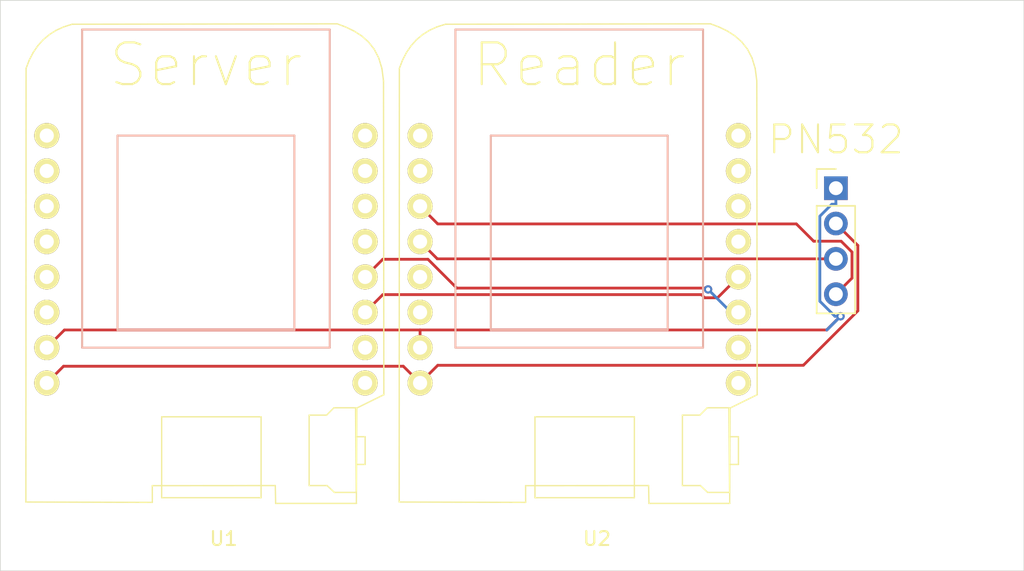
<source format=kicad_pcb>
(kicad_pcb (version 20241229) (generator "pcbnew") (generator_version "9.0")
  (layers (0 "F.Cu" signal) (2 "B.Cu" signal) (13 "F.Paste" user) (15 "B.Paste" user) (5 "F.SilkS" user "F.Silkscreen") (7 "B.SilkS" user "B.Silkscreen") (1 "F.Mask" user) (3 "B.Mask" user) (25 "Edge.Cuts" user))
  (net 0 "")
  (net 23 "Net-(U1-D6)")
  (net 24 "Net-(U1-D7)")
  (net 25 "Net-(J1-Pin_1)")
  (net 26 "Net-(J1-Pin_2)")
  (net 27 "Net-(J1-Pin_4)")
  (net 28 "Net-(J1-Pin_3)")
  (footprint "Connector_PinHeader_2.54mm:PinHeader_1x04_P2.54mm_Vertical" (layer "F.Cu") (at 125 59.5)
    (property "Reference" "PN532" (at 0 -3.5 0) (layer "F.SilkS") (effects (font (size 2 2))))
    (property "Value" "Conn_01x04_MountingPin")
    (fp_line (start -1.38 -1.38) (end 0 -1.38) (stroke (width 0.12)) (layer "F.SilkS"))
    (fp_line (start -1.38 0) (end -1.38 -1.38) (stroke (width 0.12)) (layer "F.SilkS"))
    (fp_line (start -1.38 1.27) (end -1.38 9) (stroke (width 0.12)) (layer "F.SilkS"))
    (fp_line (start -1.38 1.27) (end 1.38 1.27) (stroke (width 0.12)) (layer "F.SilkS"))
    (fp_line (start -1.38 9) (end 1.38 9) (stroke (width 0.12)) (layer "F.SilkS"))
    (fp_line (start 1.38 1.27) (end 1.38 9) (stroke (width 0.12)) (layer "F.SilkS"))
    (pad "1" thru_hole rect (at 0 0) (size 1.7 1.7) (drill 1) (layers "*.Cu" "*.Mask") (net 25 "Net-(J1-Pin_1)"))
    (pad "2" thru_hole circle (at 0 2.54) (size 1.7 1.7) (drill 1) (layers "*.Cu" "*.Mask") (net 26 "Net-(J1-Pin_2)"))
    (pad "3" thru_hole circle (at 0 5.08) (size 1.7 1.7) (drill 1) (layers "*.Cu" "*.Mask") (net 28 "Net-(J1-Pin_3)"))
    (pad "4" thru_hole circle (at 0 7.62) (size 1.7 1.7) (drill 1) (layers "*.Cu" "*.Mask") (net 27 "Net-(J1-Pin_4)"))
  )
  (footprint "Wemos D1 Mini:D1_mini_board" (layer "F.Cu") (at 106.57 65.88)
    (property "Reference" "U2" (at 1.27 18.81 0) (layer "F.SilkS"))
    (property "Value" "WeMos_mini")
    (fp_line (start -12.930193 16.176658) (end -12.916195 -14.993493) (stroke (width 0.1)) (layer "F.SilkS"))
    (fp_line (start -12.916195 -14.993493) (end -12.683384 -15.596286) (stroke (width 0.1)) (layer "F.SilkS"))
    (fp_line (start -12.683384 -15.596286) (end -12.399901 -16.141167) (stroke (width 0.1)) (layer "F.SilkS"))
    (fp_line (start -12.399901 -16.141167) (end -12.065253 -16.627577) (stroke (width 0.1)) (layer "F.SilkS"))
    (fp_line (start -12.065253 -16.627577) (end -11.678953 -17.054952) (stroke (width 0.1)) (layer "F.SilkS"))
    (fp_line (start -11.678953 -17.054952) (end -11.240512 -17.422741) (stroke (width 0.1)) (layer "F.SilkS"))
    (fp_line (start -11.240512 -17.422741) (end -10.74944 -17.730377) (stroke (width 0.1)) (layer "F.SilkS"))
    (fp_line (start -10.74944 -17.730377) (end -10.20525 -17.97731) (stroke (width 0.1)) (layer "F.SilkS"))
    (fp_line (start -10.20525 -17.97731) (end -9.607453 -18.162976) (stroke (width 0.1)) (layer "F.SilkS"))
    (fp_line (start -9.607453 -18.162976) (end 9.43046 -18.191734) (stroke (width 0.1)) (layer "F.SilkS"))
    (fp_line (start -3.851373 15.000483) (end -3.849397 16.202736) (stroke (width 0.1)) (layer "F.SilkS"))
    (fp_line (start -3.849397 16.202736) (end -12.930193 16.176658) (stroke (width 0.1)) (layer "F.SilkS"))
    (fp_line (start -3.17965 10.051451) (end 3.959931 10.051451) (stroke (width 0.1)) (layer "F.SilkS"))
    (fp_line (start -3.17965 15.865188) (end -3.17965 10.051451) (stroke (width 0.1)) (layer "F.SilkS"))
    (fp_line (start 3.959931 10.051451) (end 3.959931 15.865188) (stroke (width 0.1)) (layer "F.SilkS"))
    (fp_line (start 3.959931 15.865188) (end -3.17965 15.865188) (stroke (width 0.1)) (layer "F.SilkS"))
    (fp_line (start 4.979849 14.993795) (end -3.851373 15.000483) (stroke (width 0.1)) (layer "F.SilkS"))
    (fp_line (start 5.00618 16.277228) (end 4.979849 14.993795) (stroke (width 0.1)) (layer "F.SilkS"))
    (fp_line (start 7.40985 9.931515) (end 7.40985 14.993876) (stroke (width 0.1)) (layer "F.SilkS"))
    (fp_line (start 7.40985 14.993876) (end 8.697489 14.993876) (stroke (width 0.1)) (layer "F.SilkS"))
    (fp_line (start 8.662211 9.931515) (end 7.40985 9.931515) (stroke (width 0.1)) (layer "F.SilkS"))
    (fp_line (start 8.697489 14.993876) (end 9.226656 15.487765) (stroke (width 0.1)) (layer "F.SilkS"))
    (fp_line (start 9.191378 9.402349) (end 8.662211 9.931515) (stroke (width 0.1)) (layer "F.SilkS"))
    (fp_line (start 9.226656 15.487765) (end 10.796517 15.487765) (stroke (width 0.1)) (layer "F.SilkS"))
    (fp_line (start 9.43046 -18.191734) (end 10.049824 -17.957741) (stroke (width 0.1)) (layer "F.SilkS"))
    (fp_line (start 10.049824 -17.957741) (end 10.638018 -17.673258) (stroke (width 0.1)) (layer "F.SilkS"))
    (fp_line (start 10.638018 -17.673258) (end 11.181445 -17.323743) (stroke (width 0.1)) (layer "F.SilkS"))
    (fp_line (start 10.7436 9.402349) (end 9.191378 9.402349) (stroke (width 0.1)) (layer "F.SilkS"))
    (fp_line (start 10.778878 11.483738) (end 11.431517 11.483738) (stroke (width 0.1)) (layer "F.SilkS"))
    (fp_line (start 10.796517 15.487765) (end 10.7436 9.402349) (stroke (width 0.1)) (layer "F.SilkS"))
    (fp_line (start 10.817472 16.277228) (end 5.00618 16.277228) (stroke (width 0.1)) (layer "F.SilkS"))
    (fp_line (start 10.83248 9.424181) (end 10.802686 16.232524) (stroke (width 0.1)) (layer "F.SilkS"))
    (fp_line (start 11.181445 -17.323743) (end 11.666503 -16.894658) (stroke (width 0.1)) (layer "F.SilkS"))
    (fp_line (start 11.431517 11.483738) (end 11.431517 13.476932) (stroke (width 0.1)) (layer "F.SilkS"))
    (fp_line (start 11.431517 13.476932) (end 10.814156 13.476932) (stroke (width 0.1)) (layer "F.SilkS"))
    (fp_line (start 11.666503 -16.894658) (end 12.079595 -16.37146) (stroke (width 0.1)) (layer "F.SilkS"))
    (fp_line (start 12.079595 -16.37146) (end 12.407122 -15.739613) (stroke (width 0.1)) (layer "F.SilkS"))
    (fp_line (start 12.407122 -15.739613) (end 12.635482 -14.984575) (stroke (width 0.1)) (layer "F.SilkS"))
    (fp_line (start 12.635482 -14.984575) (end 12.751078 -14.091807) (stroke (width 0.1)) (layer "F.SilkS"))
    (fp_line (start 12.751078 -14.091807) (end 12.776026 8.463285) (stroke (width 0.1)) (layer "F.SilkS"))
    (fp_line (start 12.776026 8.463285) (end 10.83248 9.424181) (stroke (width 0.1)) (layer "F.SilkS"))
    (fp_line (start -8.89 -17.78) (end -8.89 5.08) (stroke (width 0.15)) (layer "B.SilkS"))
    (fp_line (start -8.89 5.08) (end 8.89 5.08) (stroke (width 0.15)) (layer "B.SilkS"))
    (fp_line (start -6.35 -10.16) (end 6.35 -10.16) (stroke (width 0.15)) (layer "B.SilkS"))
    (fp_line (start -6.35 3.81) (end -6.35 -10.16) (stroke (width 0.15)) (layer "B.SilkS"))
    (fp_line (start 6.35 -10.16) (end 6.35 3.81) (stroke (width 0.15)) (layer "B.SilkS"))
    (fp_line (start 6.35 3.81) (end -6.35 3.81) (stroke (width 0.15)) (layer "B.SilkS"))
    (fp_line (start 8.89 -17.78) (end -8.89 -17.78) (stroke (width 0.15)) (layer "B.SilkS"))
    (fp_line (start 8.89 5.08) (end 8.89 -17.78) (stroke (width 0.15)) (layer "B.SilkS"))
    (fp_text user "Reader" (at 0 -15.24 0) (layer "F.SilkS") (effects (font (size 3 3))))
    (pad "1" thru_hole circle (at -11.43 7.62) (size 1.8 1.8) (drill 1.016) (layers "*.Cu" "*.Mask" "F.SilkS") (net 26 "Net-(J1-Pin_2)"))
    (pad "2" thru_hole circle (at -11.43 5.08) (size 1.8 1.8) (drill 1.016) (layers "*.Cu" "*.Mask" "F.SilkS") (net 25 "Net-(J1-Pin_1)"))
    (pad "3" thru_hole circle (at -11.43 2.54) (size 1.8 1.8) (drill 1.016) (layers "*.Cu" "*.Mask" "F.SilkS"))
    (pad "4" thru_hole circle (at -11.43 0) (size 1.8 1.8) (drill 1.016) (layers "*.Cu" "*.Mask" "F.SilkS"))
    (pad "5" thru_hole circle (at -11.43 -2.54) (size 1.8 1.8) (drill 1.016) (layers "*.Cu" "*.Mask" "F.SilkS") (net 28 "Net-(J1-Pin_3)"))
    (pad "6" thru_hole circle (at -11.43 -5.08) (size 1.8 1.8) (drill 1.016) (layers "*.Cu" "*.Mask" "F.SilkS") (net 27 "Net-(J1-Pin_4)"))
    (pad "7" thru_hole circle (at -11.43 -7.62) (size 1.8 1.8) (drill 1.016) (layers "*.Cu" "*.Mask" "F.SilkS"))
    (pad "8" thru_hole circle (at -11.43 -10.16) (size 1.8 1.8) (drill 1.016) (layers "*.Cu" "*.Mask" "F.SilkS"))
    (pad "9" thru_hole circle (at 11.43 -10.16) (size 1.8 1.8) (drill 1.016) (layers "*.Cu" "*.Mask" "F.SilkS"))
    (pad "10" thru_hole circle (at 11.43 -7.62) (size 1.8 1.8) (drill 1.016) (layers "*.Cu" "*.Mask" "F.SilkS"))
    (pad "11" thru_hole circle (at 11.43 -5.08) (size 1.8 1.8) (drill 1.016) (layers "*.Cu" "*.Mask" "F.SilkS"))
    (pad "12" thru_hole circle (at 11.43 -2.54) (size 1.8 1.8) (drill 1.016) (layers "*.Cu" "*.Mask" "F.SilkS"))
    (pad "13" thru_hole circle (at 11.43 0) (size 1.8 1.8) (drill 1.016) (layers "*.Cu" "*.Mask" "F.SilkS") (net 24 "Net-(U1-D7)"))
    (pad "14" thru_hole circle (at 11.43 2.54) (size 1.8 1.8) (drill 1.016) (layers "*.Cu" "*.Mask" "F.SilkS") (net 23 "Net-(U1-D6)"))
    (pad "15" thru_hole circle (at 11.43 5.08) (size 1.8 1.8) (drill 1.016) (layers "*.Cu" "*.Mask" "F.SilkS"))
    (pad "16" thru_hole circle (at 11.43 7.62) (size 1.8 1.8) (drill 1.016) (layers "*.Cu" "*.Mask" "F.SilkS"))
  )
  (footprint "Wemos D1 Mini:D1_mini_board" (layer "F.Cu") (at 79.7638 65.88)
    (property "Reference" "U1" (at 1.27 18.81 0) (layer "F.SilkS"))
    (property "Value" "WeMos_mini")
    (fp_line (start -12.930193 16.176658) (end -12.916195 -14.993493) (stroke (width 0.1)) (layer "F.SilkS"))
    (fp_line (start -12.916195 -14.993493) (end -12.683384 -15.596286) (stroke (width 0.1)) (layer "F.SilkS"))
    (fp_line (start -12.683384 -15.596286) (end -12.399901 -16.141167) (stroke (width 0.1)) (layer "F.SilkS"))
    (fp_line (start -12.399901 -16.141167) (end -12.065253 -16.627577) (stroke (width 0.1)) (layer "F.SilkS"))
    (fp_line (start -12.065253 -16.627577) (end -11.678953 -17.054952) (stroke (width 0.1)) (layer "F.SilkS"))
    (fp_line (start -11.678953 -17.054952) (end -11.240512 -17.422741) (stroke (width 0.1)) (layer "F.SilkS"))
    (fp_line (start -11.240512 -17.422741) (end -10.74944 -17.730377) (stroke (width 0.1)) (layer "F.SilkS"))
    (fp_line (start -10.74944 -17.730377) (end -10.20525 -17.97731) (stroke (width 0.1)) (layer "F.SilkS"))
    (fp_line (start -10.20525 -17.97731) (end -9.607453 -18.162976) (stroke (width 0.1)) (layer "F.SilkS"))
    (fp_line (start -9.607453 -18.162976) (end 9.43046 -18.191734) (stroke (width 0.1)) (layer "F.SilkS"))
    (fp_line (start -3.851373 15.000483) (end -3.849397 16.202736) (stroke (width 0.1)) (layer "F.SilkS"))
    (fp_line (start -3.849397 16.202736) (end -12.930193 16.176658) (stroke (width 0.1)) (layer "F.SilkS"))
    (fp_line (start -3.17965 10.051451) (end 3.959931 10.051451) (stroke (width 0.1)) (layer "F.SilkS"))
    (fp_line (start -3.17965 15.865188) (end -3.17965 10.051451) (stroke (width 0.1)) (layer "F.SilkS"))
    (fp_line (start 3.959931 10.051451) (end 3.959931 15.865188) (stroke (width 0.1)) (layer "F.SilkS"))
    (fp_line (start 3.959931 15.865188) (end -3.17965 15.865188) (stroke (width 0.1)) (layer "F.SilkS"))
    (fp_line (start 4.979849 14.993795) (end -3.851373 15.000483) (stroke (width 0.1)) (layer "F.SilkS"))
    (fp_line (start 5.00618 16.277228) (end 4.979849 14.993795) (stroke (width 0.1)) (layer "F.SilkS"))
    (fp_line (start 7.40985 9.931515) (end 7.40985 14.993876) (stroke (width 0.1)) (layer "F.SilkS"))
    (fp_line (start 7.40985 14.993876) (end 8.697489 14.993876) (stroke (width 0.1)) (layer "F.SilkS"))
    (fp_line (start 8.662211 9.931515) (end 7.40985 9.931515) (stroke (width 0.1)) (layer "F.SilkS"))
    (fp_line (start 8.697489 14.993876) (end 9.226656 15.487765) (stroke (width 0.1)) (layer "F.SilkS"))
    (fp_line (start 9.191378 9.402349) (end 8.662211 9.931515) (stroke (width 0.1)) (layer "F.SilkS"))
    (fp_line (start 9.226656 15.487765) (end 10.796517 15.487765) (stroke (width 0.1)) (layer "F.SilkS"))
    (fp_line (start 9.43046 -18.191734) (end 10.049824 -17.957741) (stroke (width 0.1)) (layer "F.SilkS"))
    (fp_line (start 10.049824 -17.957741) (end 10.638018 -17.673258) (stroke (width 0.1)) (layer "F.SilkS"))
    (fp_line (start 10.638018 -17.673258) (end 11.181445 -17.323743) (stroke (width 0.1)) (layer "F.SilkS"))
    (fp_line (start 10.7436 9.402349) (end 9.191378 9.402349) (stroke (width 0.1)) (layer "F.SilkS"))
    (fp_line (start 10.778878 11.483738) (end 11.431517 11.483738) (stroke (width 0.1)) (layer "F.SilkS"))
    (fp_line (start 10.796517 15.487765) (end 10.7436 9.402349) (stroke (width 0.1)) (layer "F.SilkS"))
    (fp_line (start 10.817472 16.277228) (end 5.00618 16.277228) (stroke (width 0.1)) (layer "F.SilkS"))
    (fp_line (start 10.83248 9.424181) (end 10.802686 16.232524) (stroke (width 0.1)) (layer "F.SilkS"))
    (fp_line (start 11.181445 -17.323743) (end 11.666503 -16.894658) (stroke (width 0.1)) (layer "F.SilkS"))
    (fp_line (start 11.431517 11.483738) (end 11.431517 13.476932) (stroke (width 0.1)) (layer "F.SilkS"))
    (fp_line (start 11.431517 13.476932) (end 10.814156 13.476932) (stroke (width 0.1)) (layer "F.SilkS"))
    (fp_line (start 11.666503 -16.894658) (end 12.079595 -16.37146) (stroke (width 0.1)) (layer "F.SilkS"))
    (fp_line (start 12.079595 -16.37146) (end 12.407122 -15.739613) (stroke (width 0.1)) (layer "F.SilkS"))
    (fp_line (start 12.407122 -15.739613) (end 12.635482 -14.984575) (stroke (width 0.1)) (layer "F.SilkS"))
    (fp_line (start 12.635482 -14.984575) (end 12.751078 -14.091807) (stroke (width 0.1)) (layer "F.SilkS"))
    (fp_line (start 12.751078 -14.091807) (end 12.776026 8.463285) (stroke (width 0.1)) (layer "F.SilkS"))
    (fp_line (start 12.776026 8.463285) (end 10.83248 9.424181) (stroke (width 0.1)) (layer "F.SilkS"))
    (fp_line (start -8.89 -17.78) (end -8.89 5.08) (stroke (width 0.15)) (layer "B.SilkS"))
    (fp_line (start -8.89 5.08) (end 8.89 5.08) (stroke (width 0.15)) (layer "B.SilkS"))
    (fp_line (start -6.35 -10.16) (end 6.35 -10.16) (stroke (width 0.15)) (layer "B.SilkS"))
    (fp_line (start -6.35 3.81) (end -6.35 -10.16) (stroke (width 0.15)) (layer "B.SilkS"))
    (fp_line (start 6.35 -10.16) (end 6.35 3.81) (stroke (width 0.15)) (layer "B.SilkS"))
    (fp_line (start 6.35 3.81) (end -6.35 3.81) (stroke (width 0.15)) (layer "B.SilkS"))
    (fp_line (start 8.89 -17.78) (end -8.89 -17.78) (stroke (width 0.15)) (layer "B.SilkS"))
    (fp_line (start 8.89 5.08) (end 8.89 -17.78) (stroke (width 0.15)) (layer "B.SilkS"))
    (fp_text user "Server" (at 0 -15.24 0) (layer "F.SilkS") (effects (font (size 3 3))))
    (pad "1" thru_hole circle (at -11.43 7.62) (size 1.8 1.8) (drill 1.016) (layers "*.Cu" "*.Mask" "F.SilkS") (net 26 "Net-(J1-Pin_2)"))
    (pad "2" thru_hole circle (at -11.43 5.08) (size 1.8 1.8) (drill 1.016) (layers "*.Cu" "*.Mask" "F.SilkS") (net 25 "Net-(J1-Pin_1)"))
    (pad "3" thru_hole circle (at -11.43 2.54) (size 1.8 1.8) (drill 1.016) (layers "*.Cu" "*.Mask" "F.SilkS"))
    (pad "4" thru_hole circle (at -11.43 0) (size 1.8 1.8) (drill 1.016) (layers "*.Cu" "*.Mask" "F.SilkS"))
    (pad "5" thru_hole circle (at -11.43 -2.54) (size 1.8 1.8) (drill 1.016) (layers "*.Cu" "*.Mask" "F.SilkS"))
    (pad "6" thru_hole circle (at -11.43 -5.08) (size 1.8 1.8) (drill 1.016) (layers "*.Cu" "*.Mask" "F.SilkS"))
    (pad "7" thru_hole circle (at -11.43 -7.62) (size 1.8 1.8) (drill 1.016) (layers "*.Cu" "*.Mask" "F.SilkS"))
    (pad "8" thru_hole circle (at -11.43 -10.16) (size 1.8 1.8) (drill 1.016) (layers "*.Cu" "*.Mask" "F.SilkS"))
    (pad "9" thru_hole circle (at 11.43 -10.16) (size 1.8 1.8) (drill 1.016) (layers "*.Cu" "*.Mask" "F.SilkS"))
    (pad "10" thru_hole circle (at 11.43 -7.62) (size 1.8 1.8) (drill 1.016) (layers "*.Cu" "*.Mask" "F.SilkS"))
    (pad "11" thru_hole circle (at 11.43 -5.08) (size 1.8 1.8) (drill 1.016) (layers "*.Cu" "*.Mask" "F.SilkS"))
    (pad "12" thru_hole circle (at 11.43 -2.54) (size 1.8 1.8) (drill 1.016) (layers "*.Cu" "*.Mask" "F.SilkS"))
    (pad "13" thru_hole circle (at 11.43 0) (size 1.8 1.8) (drill 1.016) (layers "*.Cu" "*.Mask" "F.SilkS") (net 23 "Net-(U1-D6)"))
    (pad "14" thru_hole circle (at 11.43 2.54) (size 1.8 1.8) (drill 1.016) (layers "*.Cu" "*.Mask" "F.SilkS") (net 24 "Net-(U1-D7)"))
    (pad "15" thru_hole circle (at 11.43 5.08) (size 1.8 1.8) (drill 1.016) (layers "*.Cu" "*.Mask" "F.SilkS"))
    (pad "16" thru_hole circle (at 11.43 7.62) (size 1.8 1.8) (drill 1.016) (layers "*.Cu" "*.Mask" "F.SilkS"))
  )
  (gr_rect (start 65 46) (end 138.5 87) (stroke (width 0.05)) (fill no) (layer "Edge.Cuts"))
  (segment (start 95.7057 64.61) (end 92.4638 64.61) (width 0.2) (layer "F.Cu") (net 23))
  (segment (start 115.728 66.6798) (end 115.823 66.7748) (width 0.2) (layer "F.Cu") (net 23))
  (segment (start 115.823 66.7748) (end 115.728 66.6798) (width 0.2) (layer "F.Cu") (net 23))
  (segment (start 115.823 66.7748) (end 115.728 66.6798) (width 0.2) (layer "F.Cu") (net 23))
  (segment (start 97.7755 66.6798) (end 95.7057 64.61) (width 0.2) (layer "F.Cu") (net 23))
  (segment (start 92.4638 64.61) (end 91.1938 65.88) (width 0.2) (layer "F.Cu") (net 23))
  (segment (start 115.728 66.6798) (end 97.7755 66.6798) (width 0.2) (layer "F.Cu") (net 23))
  (via (at 115.823 66.7748) (size 0.6) (drill 0.3) (layers "F.Cu" "B.Cu") (net 23))
  (segment (start 117.4682 68.42) (end 115.823 66.7748) (width 0.2) (layer "B.Cu") (net 23))
  (segment (start 115.823 66.7748) (end 115.728 66.6798) (width 0.2) (layer "B.Cu") (net 23))
  (segment (start 118 68.42) (end 117.4682 68.42) (width 0.2) (layer "B.Cu") (net 23))
  (segment (start 115.728 66.6798) (end 115.823 66.7748) (width 0.2) (layer "B.Cu") (net 23))
  (segment (start 115.3474 67.15) (end 115.5739 67.3765) (width 0.2) (layer "F.Cu") (net 24))
  (segment (start 92.4638 67.15) (end 115.3474 67.15) (width 0.2) (layer "F.Cu") (net 24))
  (segment (start 115.5739 67.3765) (end 116.5035 67.3765) (width 0.2) (layer "F.Cu") (net 24))
  (segment (start 116.5035 67.3765) (end 118 65.88) (width 0.2) (layer "F.Cu") (net 24))
  (segment (start 91.1938 68.42) (end 92.4638 67.15) (width 0.2) (layer "F.Cu") (net 24))
  (segment (start 69.6038 69.69) (end 68.3338 70.96) (width 0.2) (layer "F.Cu") (net 25))
  (segment (start 95.14 69.69) (end 69.6038 69.69) (width 0.2) (layer "F.Cu") (net 25))
  (segment (start 125.334 68.7063) (end 124.3503 69.69) (width 0.2) (layer "F.Cu") (net 25))
  (segment (start 124.3503 69.69) (end 95.14 69.69) (width 0.2) (layer "F.Cu") (net 25))
  (segment (start 95.14 69.69) (end 95.14 70.96) (width 0.2) (layer "F.Cu") (net 25))
  (segment (start 125.334 68.7063) (end 124.3503 69.69) (width 0.2) (layer "F.Cu") (net 25))
  (segment (start 124.3503 69.69) (end 125.334 68.7063) (width 0.2) (layer "F.Cu") (net 25))
  (via (at 125.334 68.7063) (size 0.6) (drill 0.3) (layers "F.Cu" "B.Cu") (net 25))
  (segment (start 125 60.6517) (end 124.712 60.6517) (width 0.2) (layer "B.Cu") (net 25))
  (segment (start 124.712 60.6517) (end 123.8483 61.5154) (width 0.2) (layer "B.Cu") (net 25))
  (segment (start 125 59.5) (end 125 60.6517) (width 0.2) (layer "B.Cu") (net 25))
  (segment (start 123.8483 67.6254) (end 124.9292 68.7063) (width 0.2) (layer "B.Cu") (net 25))
  (segment (start 124.3503 69.69) (end 125.334 68.7063) (width 0.2) (layer "B.Cu") (net 25))
  (segment (start 125.334 68.7063) (end 124.3503 69.69) (width 0.2) (layer "B.Cu") (net 25))
  (segment (start 123.8483 61.5154) (end 123.8483 67.6254) (width 0.2) (layer "B.Cu") (net 25))
  (segment (start 124.9292 68.7063) (end 125.334 68.7063) (width 0.2) (layer "B.Cu") (net 25))
  (segment (start 95.14 73.5) (end 96.41 72.23) (width 0.2) (layer "F.Cu") (net 26))
  (segment (start 126.5763 63.6163) (end 125 62.04) (width 0.2) (layer "F.Cu") (net 26))
  (segment (start 96.41 72.23) (end 122.6614 72.23) (width 0.2) (layer "F.Cu") (net 26))
  (segment (start 68.3338 73.5) (end 69.5363 72.2975) (width 0.2) (layer "F.Cu") (net 26))
  (segment (start 93.9375 72.2975) (end 95.14 73.5) (width 0.2) (layer "F.Cu") (net 26))
  (segment (start 126.5763 68.3151) (end 126.5763 63.6163) (width 0.2) (layer "F.Cu") (net 26))
  (segment (start 69.5363 72.2975) (end 93.9375 72.2975) (width 0.2) (layer "F.Cu") (net 26))
  (segment (start 122.6614 72.23) (end 126.5763 68.3151) (width 0.2) (layer "F.Cu") (net 26))
  (segment (start 96.41 62.07) (end 95.14 60.8) (width 0.2) (layer "F.Cu") (net 27))
  (segment (start 125 67.12) (end 126.1569 65.9631) (width 0.2) (layer "F.Cu") (net 27))
  (segment (start 126.1569 64.0912) (end 125.3757 63.31) (width 0.2) (layer "F.Cu") (net 27))
  (segment (start 125.3757 63.31) (end 123.4023 63.31) (width 0.2) (layer "F.Cu") (net 27))
  (segment (start 126.1569 65.9631) (end 126.1569 64.0912) (width 0.2) (layer "F.Cu") (net 27))
  (segment (start 123.4023 63.31) (end 122.1623 62.07) (width 0.2) (layer "F.Cu") (net 27))
  (segment (start 122.1623 62.07) (end 96.41 62.07) (width 0.2) (layer "F.Cu") (net 27))
  (segment (start 96.38 64.58) (end 95.14 63.34) (width 0.2) (layer "F.Cu") (net 28))
  (segment (start 125 64.58) (end 96.38 64.58) (width 0.2) (layer "F.Cu") (net 28))
)
</source>
